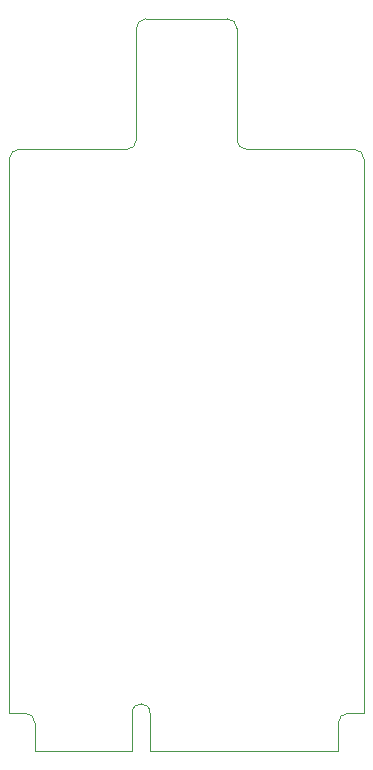
<source format=gbr>
%TF.GenerationSoftware,KiCad,Pcbnew,9.0.0*%
%TF.CreationDate,2025-03-01T15:32:50-05:00*%
%TF.ProjectId,mPCIE-to-M_2_E-Key,6d504349-452d-4746-9f2d-4d5f325f452d,rev?*%
%TF.SameCoordinates,Original*%
%TF.FileFunction,Profile,NP*%
%FSLAX46Y46*%
G04 Gerber Fmt 4.6, Leading zero omitted, Abs format (unit mm)*
G04 Created by KiCad (PCBNEW 9.0.0) date 2025-03-01 15:32:50*
%MOMM*%
%LPD*%
G01*
G04 APERTURE LIST*
%TA.AperFunction,Profile*%
%ADD10C,0.100000*%
%TD*%
G04 APERTURE END LIST*
D10*
X148850000Y-126000000D02*
X148850000Y-79850000D01*
X138100000Y-68800000D02*
X138100000Y-78250001D01*
X138900000Y-79050000D02*
X148050000Y-79050000D01*
X129600000Y-78250000D02*
G75*
G02*
X128800000Y-79050000I-800000J0D01*
G01*
X130400000Y-68000000D02*
X137300000Y-68000000D01*
X129600000Y-68800000D02*
G75*
G02*
X130400000Y-68000000I800000J0D01*
G01*
X137300000Y-68000000D02*
G75*
G02*
X138100000Y-68800000I0J-800000D01*
G01*
X129600000Y-68800000D02*
X129600000Y-78250001D01*
X118850000Y-126000000D02*
X118850000Y-79850000D01*
X148050000Y-79050000D02*
G75*
G02*
X148850000Y-79850000I0J-800000D01*
G01*
X138900000Y-79050000D02*
G75*
G02*
X138100000Y-78250000I0J800000D01*
G01*
X118850000Y-79850000D02*
G75*
G02*
X119650000Y-79050000I800000J0D01*
G01*
X119650000Y-79050000D02*
X128800000Y-79050000D01*
%TO.C,J1*%
X118850000Y-126800000D02*
X118850000Y-126000000D01*
X118850000Y-126800000D02*
X120200000Y-126800000D01*
X121000000Y-127600000D02*
X121000000Y-130000000D01*
X129250000Y-130000000D02*
X121000000Y-130000000D01*
X129250000Y-130000000D02*
X129250000Y-126750000D01*
X130750000Y-126750000D02*
X130750000Y-130000000D01*
X130750000Y-130000000D02*
X146700000Y-130000000D01*
X146700000Y-127600000D02*
X146700000Y-130000000D01*
X148850000Y-126800000D02*
X147500000Y-126800000D01*
X148850000Y-126800000D02*
X148850000Y-126000000D01*
X120200000Y-126800000D02*
G75*
G02*
X121000000Y-127600000I-1J-800001D01*
G01*
X129250000Y-126750000D02*
G75*
G02*
X130750000Y-126750000I750000J0D01*
G01*
X146700000Y-127600000D02*
G75*
G02*
X147500000Y-126800000I800000J0D01*
G01*
%TD*%
M02*

</source>
